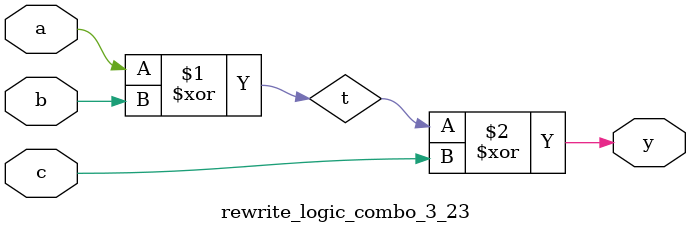
<source format=sv>
module rewrite_logic_combo_3_23(input logic a,b,c, output logic y);
  logic t;
  assign t = a ^ b;
  assign y = t ^ c;
endmodule

</source>
